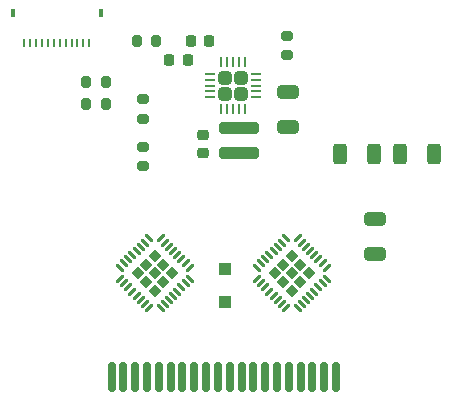
<source format=gtp>
G04 #@! TF.GenerationSoftware,KiCad,Pcbnew,(6.0.2-32-g71eefc8322)*
G04 #@! TF.CreationDate,2022-06-16T10:33:20+02:00*
G04 #@! TF.ProjectId,optacon,6f707461-636f-46e2-9e6b-696361645f70,rev?*
G04 #@! TF.SameCoordinates,Original*
G04 #@! TF.FileFunction,Paste,Top*
G04 #@! TF.FilePolarity,Positive*
%FSLAX46Y46*%
G04 Gerber Fmt 4.6, Leading zero omitted, Abs format (unit mm)*
G04 Created by KiCad (PCBNEW (6.0.2-32-g71eefc8322)) date 2022-06-16 10:33:20*
%MOMM*%
%LPD*%
G01*
G04 APERTURE LIST*
G04 Aperture macros list*
%AMRoundRect*
0 Rectangle with rounded corners*
0 $1 Rounding radius*
0 $2 $3 $4 $5 $6 $7 $8 $9 X,Y pos of 4 corners*
0 Add a 4 corners polygon primitive as box body*
4,1,4,$2,$3,$4,$5,$6,$7,$8,$9,$2,$3,0*
0 Add four circle primitives for the rounded corners*
1,1,$1+$1,$2,$3*
1,1,$1+$1,$4,$5*
1,1,$1+$1,$6,$7*
1,1,$1+$1,$8,$9*
0 Add four rect primitives between the rounded corners*
20,1,$1+$1,$2,$3,$4,$5,0*
20,1,$1+$1,$4,$5,$6,$7,0*
20,1,$1+$1,$6,$7,$8,$9,0*
20,1,$1+$1,$8,$9,$2,$3,0*%
G04 Aperture macros list end*
%ADD10RoundRect,0.250000X-0.312500X-0.625000X0.312500X-0.625000X0.312500X0.625000X-0.312500X0.625000X0*%
%ADD11RoundRect,0.207500X0.000000X-0.293449X0.293449X0.000000X0.000000X0.293449X-0.293449X0.000000X0*%
%ADD12RoundRect,0.062500X-0.220971X-0.309359X0.309359X0.220971X0.220971X0.309359X-0.309359X-0.220971X0*%
%ADD13RoundRect,0.062500X0.220971X-0.309359X0.309359X-0.220971X-0.220971X0.309359X-0.309359X0.220971X0*%
%ADD14RoundRect,0.207500X0.293449X0.000000X0.000000X0.293449X-0.293449X0.000000X0.000000X-0.293449X0*%
%ADD15RoundRect,0.062500X0.309359X-0.220971X-0.220971X0.309359X-0.309359X0.220971X0.220971X-0.309359X0*%
%ADD16RoundRect,0.062500X0.309359X0.220971X0.220971X0.309359X-0.309359X-0.220971X-0.220971X-0.309359X0*%
%ADD17RoundRect,0.200000X0.275000X-0.200000X0.275000X0.200000X-0.275000X0.200000X-0.275000X-0.200000X0*%
%ADD18RoundRect,0.250000X0.312500X0.625000X-0.312500X0.625000X-0.312500X-0.625000X0.312500X-0.625000X0*%
%ADD19RoundRect,0.200000X-0.200000X-0.275000X0.200000X-0.275000X0.200000X0.275000X-0.200000X0.275000X0*%
%ADD20RoundRect,0.250000X0.650000X-0.325000X0.650000X0.325000X-0.650000X0.325000X-0.650000X-0.325000X0*%
%ADD21RoundRect,0.250000X-0.315000X-0.315000X0.315000X-0.315000X0.315000X0.315000X-0.315000X0.315000X0*%
%ADD22RoundRect,0.062500X-0.350000X-0.062500X0.350000X-0.062500X0.350000X0.062500X-0.350000X0.062500X0*%
%ADD23RoundRect,0.062500X-0.062500X-0.350000X0.062500X-0.350000X0.062500X0.350000X-0.062500X0.350000X0*%
%ADD24RoundRect,0.200000X-0.275000X0.200000X-0.275000X-0.200000X0.275000X-0.200000X0.275000X0.200000X0*%
%ADD25RoundRect,0.225000X0.225000X0.250000X-0.225000X0.250000X-0.225000X-0.250000X0.225000X-0.250000X0*%
%ADD26RoundRect,0.250000X-0.650000X0.325000X-0.650000X-0.325000X0.650000X-0.325000X0.650000X0.325000X0*%
%ADD27R,1.100000X1.100000*%
%ADD28R,0.200000X0.700000*%
%ADD29R,0.300000X0.700000*%
%ADD30RoundRect,0.225000X0.250000X-0.225000X0.250000X0.225000X-0.250000X0.225000X-0.250000X-0.225000X0*%
%ADD31RoundRect,0.200000X0.200000X0.275000X-0.200000X0.275000X-0.200000X-0.275000X0.200000X-0.275000X0*%
%ADD32RoundRect,0.250000X1.450000X-0.250000X1.450000X0.250000X-1.450000X0.250000X-1.450000X-0.250000X0*%
%ADD33RoundRect,0.150000X-0.150000X-1.100000X0.150000X-1.100000X0.150000X1.100000X-0.150000X1.100000X0*%
G04 APERTURE END LIST*
D10*
X113937500Y-63900000D03*
X116862500Y-63900000D03*
D11*
X99756640Y-74000000D03*
X99028320Y-74728320D03*
X98300000Y-75456640D03*
X97571680Y-74728320D03*
X98300000Y-74000000D03*
X97571680Y-73271680D03*
X98300000Y-72543360D03*
X96843360Y-74000000D03*
X99028320Y-73271680D03*
D12*
X95338990Y-74486136D03*
X95692544Y-74839689D03*
X96046097Y-75193243D03*
X96399651Y-75546796D03*
X96753204Y-75900349D03*
X97106757Y-76253903D03*
X97460311Y-76607456D03*
X97813864Y-76961010D03*
D13*
X98786136Y-76961010D03*
X99139689Y-76607456D03*
X99493243Y-76253903D03*
X99846796Y-75900349D03*
X100200349Y-75546796D03*
X100553903Y-75193243D03*
X100907456Y-74839689D03*
X101261010Y-74486136D03*
D12*
X101261010Y-73513864D03*
X100907456Y-73160311D03*
X100553903Y-72806757D03*
X100200349Y-72453204D03*
X99846796Y-72099651D03*
X99493243Y-71746097D03*
X99139689Y-71392544D03*
X98786136Y-71038990D03*
D13*
X97813864Y-71038990D03*
X97460311Y-71392544D03*
X97106757Y-71746097D03*
X96753204Y-72099651D03*
X96399651Y-72453204D03*
X96046097Y-72806757D03*
X95692544Y-73160311D03*
X95338990Y-73513864D03*
D14*
X110628320Y-74728320D03*
X111356640Y-74000000D03*
X109171680Y-74728320D03*
X108443360Y-74000000D03*
X109900000Y-72543360D03*
X110628320Y-73271680D03*
X109900000Y-75456640D03*
X109171680Y-73271680D03*
X109900000Y-74000000D03*
D15*
X110386136Y-76961010D03*
X110739689Y-76607456D03*
X111093243Y-76253903D03*
X111446796Y-75900349D03*
X111800349Y-75546796D03*
X112153903Y-75193243D03*
X112507456Y-74839689D03*
X112861010Y-74486136D03*
D16*
X112861010Y-73513864D03*
X112507456Y-73160311D03*
X112153903Y-72806757D03*
X111800349Y-72453204D03*
X111446796Y-72099651D03*
X111093243Y-71746097D03*
X110739689Y-71392544D03*
X110386136Y-71038990D03*
D15*
X109413864Y-71038990D03*
X109060311Y-71392544D03*
X108706757Y-71746097D03*
X108353204Y-72099651D03*
X107999651Y-72453204D03*
X107646097Y-72806757D03*
X107292544Y-73160311D03*
X106938990Y-73513864D03*
D16*
X106938990Y-74486136D03*
X107292544Y-74839689D03*
X107646097Y-75193243D03*
X107999651Y-75546796D03*
X108353204Y-75900349D03*
X108706757Y-76253903D03*
X109060311Y-76607456D03*
X109413864Y-76961010D03*
D17*
X109500000Y-55525000D03*
X109500000Y-53875000D03*
D18*
X121962500Y-63900000D03*
X119037500Y-63900000D03*
D19*
X96775000Y-54300000D03*
X98425000Y-54300000D03*
D20*
X116900000Y-72375000D03*
X116900000Y-69425000D03*
D21*
X105575000Y-58775000D03*
X105575000Y-57425000D03*
X104225000Y-58775000D03*
X104225000Y-57425000D03*
D22*
X102937500Y-57100000D03*
X102937500Y-57600000D03*
X102937500Y-58100000D03*
X102937500Y-58600000D03*
X102937500Y-59100000D03*
D23*
X103900000Y-60062500D03*
X104400000Y-60062500D03*
X104900000Y-60062500D03*
X105400000Y-60062500D03*
X105900000Y-60062500D03*
D22*
X106862500Y-59100000D03*
X106862500Y-58600000D03*
X106862500Y-58100000D03*
X106862500Y-57600000D03*
X106862500Y-57100000D03*
D23*
X105900000Y-56137500D03*
X105400000Y-56137500D03*
X104900000Y-56137500D03*
X104400000Y-56137500D03*
X103900000Y-56137500D03*
D24*
X97300000Y-59275000D03*
X97300000Y-60925000D03*
D25*
X102875000Y-54300000D03*
X101325000Y-54300000D03*
D26*
X109600000Y-58625000D03*
X109600000Y-61575000D03*
D27*
X104200000Y-76400000D03*
X104200000Y-73600000D03*
D28*
X87250000Y-54500000D03*
X87750000Y-54500000D03*
X88250000Y-54500000D03*
X88750000Y-54500000D03*
X89250000Y-54500000D03*
X89750000Y-54500000D03*
X90250000Y-54500000D03*
X90750000Y-54500000D03*
X91250000Y-54500000D03*
X91750000Y-54500000D03*
X92250000Y-54500000D03*
X92750000Y-54500000D03*
D29*
X93750000Y-52000000D03*
X86250000Y-52000000D03*
D25*
X101075000Y-55900000D03*
X99525000Y-55900000D03*
D30*
X102400000Y-63800000D03*
X102400000Y-62250000D03*
D19*
X92475000Y-59700000D03*
X94125000Y-59700000D03*
D31*
X94125000Y-57800000D03*
X92475000Y-57800000D03*
D32*
X105400000Y-63800000D03*
X105400000Y-61700000D03*
D33*
X94640000Y-82750000D03*
X95640000Y-82750000D03*
X96640000Y-82750000D03*
X97640000Y-82750000D03*
X98640000Y-82750000D03*
X99640000Y-82750000D03*
X100640000Y-82750000D03*
X101640000Y-82750000D03*
X102640000Y-82750000D03*
X103640000Y-82750000D03*
X104640000Y-82750000D03*
X105640000Y-82750000D03*
X106640000Y-82750000D03*
X107640000Y-82750000D03*
X108640000Y-82750000D03*
X109640000Y-82750000D03*
X110640000Y-82750000D03*
X111640000Y-82750000D03*
X112640000Y-82750000D03*
X113640000Y-82750000D03*
D17*
X97300000Y-64925000D03*
X97300000Y-63275000D03*
M02*

</source>
